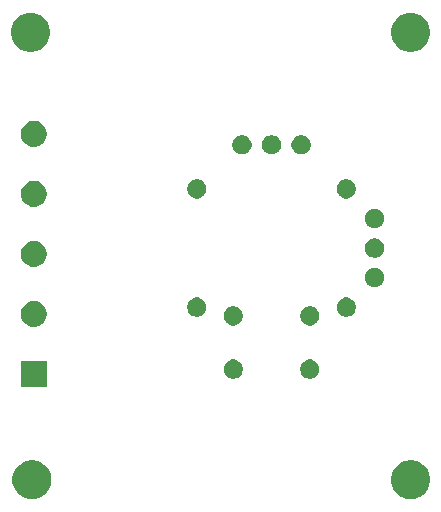
<source format=gbr>
G04 #@! TF.GenerationSoftware,KiCad,Pcbnew,(5.1.5)-3*
G04 #@! TF.CreationDate,2020-07-03T21:41:32-07:00*
G04 #@! TF.ProjectId,joystick,6a6f7973-7469-4636-9b2e-6b696361645f,rev?*
G04 #@! TF.SameCoordinates,Original*
G04 #@! TF.FileFunction,Soldermask,Bot*
G04 #@! TF.FilePolarity,Negative*
%FSLAX46Y46*%
G04 Gerber Fmt 4.6, Leading zero omitted, Abs format (unit mm)*
G04 Created by KiCad (PCBNEW (5.1.5)-3) date 2020-07-03 21:41:32*
%MOMM*%
%LPD*%
G04 APERTURE LIST*
%ADD10C,0.100000*%
G04 APERTURE END LIST*
D10*
G36*
X120923656Y-80064998D02*
G01*
X121029979Y-80086147D01*
X121330442Y-80210603D01*
X121600851Y-80391285D01*
X121830815Y-80621249D01*
X122011497Y-80891658D01*
X122135953Y-81192121D01*
X122199400Y-81511091D01*
X122199400Y-81836309D01*
X122135953Y-82155279D01*
X122011497Y-82455742D01*
X121830815Y-82726151D01*
X121600851Y-82956115D01*
X121330442Y-83136797D01*
X121029979Y-83261253D01*
X120923656Y-83282402D01*
X120711011Y-83324700D01*
X120385789Y-83324700D01*
X120173144Y-83282402D01*
X120066821Y-83261253D01*
X119766358Y-83136797D01*
X119495949Y-82956115D01*
X119265985Y-82726151D01*
X119085303Y-82455742D01*
X118960847Y-82155279D01*
X118897400Y-81836309D01*
X118897400Y-81511091D01*
X118960847Y-81192121D01*
X119085303Y-80891658D01*
X119265985Y-80621249D01*
X119495949Y-80391285D01*
X119766358Y-80210603D01*
X120066821Y-80086147D01*
X120173144Y-80064998D01*
X120385789Y-80022700D01*
X120711011Y-80022700D01*
X120923656Y-80064998D01*
G37*
G36*
X88856156Y-80064998D02*
G01*
X88962479Y-80086147D01*
X89262942Y-80210603D01*
X89533351Y-80391285D01*
X89763315Y-80621249D01*
X89943997Y-80891658D01*
X90068453Y-81192121D01*
X90131900Y-81511091D01*
X90131900Y-81836309D01*
X90068453Y-82155279D01*
X89943997Y-82455742D01*
X89763315Y-82726151D01*
X89533351Y-82956115D01*
X89262942Y-83136797D01*
X88962479Y-83261253D01*
X88856156Y-83282402D01*
X88643511Y-83324700D01*
X88318289Y-83324700D01*
X88105644Y-83282402D01*
X87999321Y-83261253D01*
X87698858Y-83136797D01*
X87428449Y-82956115D01*
X87198485Y-82726151D01*
X87017803Y-82455742D01*
X86893347Y-82155279D01*
X86829900Y-81836309D01*
X86829900Y-81511091D01*
X86893347Y-81192121D01*
X87017803Y-80891658D01*
X87198485Y-80621249D01*
X87428449Y-80391285D01*
X87698858Y-80210603D01*
X87999321Y-80086147D01*
X88105644Y-80064998D01*
X88318289Y-80022700D01*
X88643511Y-80022700D01*
X88856156Y-80064998D01*
G37*
G36*
X89747000Y-73821200D02*
G01*
X87545000Y-73821200D01*
X87545000Y-71619200D01*
X89747000Y-71619200D01*
X89747000Y-73821200D01*
G37*
G36*
X112249542Y-71524242D02*
G01*
X112397501Y-71585529D01*
X112530655Y-71674499D01*
X112643901Y-71787745D01*
X112732871Y-71920899D01*
X112794158Y-72068858D01*
X112825400Y-72225925D01*
X112825400Y-72386075D01*
X112794158Y-72543142D01*
X112732871Y-72691101D01*
X112643901Y-72824255D01*
X112530655Y-72937501D01*
X112397501Y-73026471D01*
X112249542Y-73087758D01*
X112092475Y-73119000D01*
X111932325Y-73119000D01*
X111775258Y-73087758D01*
X111627299Y-73026471D01*
X111494145Y-72937501D01*
X111380899Y-72824255D01*
X111291929Y-72691101D01*
X111230642Y-72543142D01*
X111199400Y-72386075D01*
X111199400Y-72225925D01*
X111230642Y-72068858D01*
X111291929Y-71920899D01*
X111380899Y-71787745D01*
X111494145Y-71674499D01*
X111627299Y-71585529D01*
X111775258Y-71524242D01*
X111932325Y-71493000D01*
X112092475Y-71493000D01*
X112249542Y-71524242D01*
G37*
G36*
X105749542Y-71524242D02*
G01*
X105897501Y-71585529D01*
X106030655Y-71674499D01*
X106143901Y-71787745D01*
X106232871Y-71920899D01*
X106294158Y-72068858D01*
X106325400Y-72225925D01*
X106325400Y-72386075D01*
X106294158Y-72543142D01*
X106232871Y-72691101D01*
X106143901Y-72824255D01*
X106030655Y-72937501D01*
X105897501Y-73026471D01*
X105749542Y-73087758D01*
X105592475Y-73119000D01*
X105432325Y-73119000D01*
X105275258Y-73087758D01*
X105127299Y-73026471D01*
X104994145Y-72937501D01*
X104880899Y-72824255D01*
X104791929Y-72691101D01*
X104730642Y-72543142D01*
X104699400Y-72386075D01*
X104699400Y-72225925D01*
X104730642Y-72068858D01*
X104791929Y-71920899D01*
X104880899Y-71787745D01*
X104994145Y-71674499D01*
X105127299Y-71585529D01*
X105275258Y-71524242D01*
X105432325Y-71493000D01*
X105592475Y-71493000D01*
X105749542Y-71524242D01*
G37*
G36*
X88860794Y-66560355D02*
G01*
X88967150Y-66581511D01*
X89067334Y-66623009D01*
X89167520Y-66664507D01*
X89347844Y-66784995D01*
X89501205Y-66938356D01*
X89621693Y-67118680D01*
X89704689Y-67319051D01*
X89747000Y-67531760D01*
X89747000Y-67748640D01*
X89704689Y-67961349D01*
X89621693Y-68161720D01*
X89501205Y-68342044D01*
X89347844Y-68495405D01*
X89167520Y-68615893D01*
X89067334Y-68657391D01*
X88967150Y-68698889D01*
X88860795Y-68720044D01*
X88754440Y-68741200D01*
X88537560Y-68741200D01*
X88431205Y-68720044D01*
X88324850Y-68698889D01*
X88224666Y-68657391D01*
X88124480Y-68615893D01*
X87944156Y-68495405D01*
X87790795Y-68342044D01*
X87670307Y-68161720D01*
X87587311Y-67961349D01*
X87545000Y-67748640D01*
X87545000Y-67531760D01*
X87587311Y-67319051D01*
X87670307Y-67118680D01*
X87790795Y-66938356D01*
X87944156Y-66784995D01*
X88124480Y-66664507D01*
X88224666Y-66623009D01*
X88324850Y-66581511D01*
X88431206Y-66560355D01*
X88537560Y-66539200D01*
X88754440Y-66539200D01*
X88860794Y-66560355D01*
G37*
G36*
X105749542Y-67024242D02*
G01*
X105897501Y-67085529D01*
X106030655Y-67174499D01*
X106143901Y-67287745D01*
X106232871Y-67420899D01*
X106294158Y-67568858D01*
X106325400Y-67725925D01*
X106325400Y-67886075D01*
X106294158Y-68043142D01*
X106232871Y-68191101D01*
X106143901Y-68324255D01*
X106030655Y-68437501D01*
X105897501Y-68526471D01*
X105749542Y-68587758D01*
X105592475Y-68619000D01*
X105432325Y-68619000D01*
X105275258Y-68587758D01*
X105127299Y-68526471D01*
X104994145Y-68437501D01*
X104880899Y-68324255D01*
X104791929Y-68191101D01*
X104730642Y-68043142D01*
X104699400Y-67886075D01*
X104699400Y-67725925D01*
X104730642Y-67568858D01*
X104791929Y-67420899D01*
X104880899Y-67287745D01*
X104994145Y-67174499D01*
X105127299Y-67085529D01*
X105275258Y-67024242D01*
X105432325Y-66993000D01*
X105592475Y-66993000D01*
X105749542Y-67024242D01*
G37*
G36*
X112249542Y-67024242D02*
G01*
X112397501Y-67085529D01*
X112530655Y-67174499D01*
X112643901Y-67287745D01*
X112732871Y-67420899D01*
X112794158Y-67568858D01*
X112825400Y-67725925D01*
X112825400Y-67886075D01*
X112794158Y-68043142D01*
X112732871Y-68191101D01*
X112643901Y-68324255D01*
X112530655Y-68437501D01*
X112397501Y-68526471D01*
X112249542Y-68587758D01*
X112092475Y-68619000D01*
X111932325Y-68619000D01*
X111775258Y-68587758D01*
X111627299Y-68526471D01*
X111494145Y-68437501D01*
X111380899Y-68324255D01*
X111291929Y-68191101D01*
X111230642Y-68043142D01*
X111199400Y-67886075D01*
X111199400Y-67725925D01*
X111230642Y-67568858D01*
X111291929Y-67420899D01*
X111380899Y-67287745D01*
X111494145Y-67174499D01*
X111627299Y-67085529D01*
X111775258Y-67024242D01*
X111932325Y-66993000D01*
X112092475Y-66993000D01*
X112249542Y-67024242D01*
G37*
G36*
X102674542Y-66274242D02*
G01*
X102822501Y-66335529D01*
X102955655Y-66424499D01*
X103068901Y-66537745D01*
X103157871Y-66670899D01*
X103219158Y-66818858D01*
X103250400Y-66975925D01*
X103250400Y-67136075D01*
X103219158Y-67293142D01*
X103157871Y-67441101D01*
X103068901Y-67574255D01*
X102955655Y-67687501D01*
X102822501Y-67776471D01*
X102674542Y-67837758D01*
X102517475Y-67869000D01*
X102357325Y-67869000D01*
X102200258Y-67837758D01*
X102052299Y-67776471D01*
X101919145Y-67687501D01*
X101805899Y-67574255D01*
X101716929Y-67441101D01*
X101655642Y-67293142D01*
X101624400Y-67136075D01*
X101624400Y-66975925D01*
X101655642Y-66818858D01*
X101716929Y-66670899D01*
X101805899Y-66537745D01*
X101919145Y-66424499D01*
X102052299Y-66335529D01*
X102200258Y-66274242D01*
X102357325Y-66243000D01*
X102517475Y-66243000D01*
X102674542Y-66274242D01*
G37*
G36*
X115324542Y-66274242D02*
G01*
X115472501Y-66335529D01*
X115605655Y-66424499D01*
X115718901Y-66537745D01*
X115807871Y-66670899D01*
X115869158Y-66818858D01*
X115900400Y-66975925D01*
X115900400Y-67136075D01*
X115869158Y-67293142D01*
X115807871Y-67441101D01*
X115718901Y-67574255D01*
X115605655Y-67687501D01*
X115472501Y-67776471D01*
X115324542Y-67837758D01*
X115167475Y-67869000D01*
X115007325Y-67869000D01*
X114850258Y-67837758D01*
X114702299Y-67776471D01*
X114569145Y-67687501D01*
X114455899Y-67574255D01*
X114366929Y-67441101D01*
X114305642Y-67293142D01*
X114274400Y-67136075D01*
X114274400Y-66975925D01*
X114305642Y-66818858D01*
X114366929Y-66670899D01*
X114455899Y-66537745D01*
X114569145Y-66424499D01*
X114702299Y-66335529D01*
X114850258Y-66274242D01*
X115007325Y-66243000D01*
X115167475Y-66243000D01*
X115324542Y-66274242D01*
G37*
G36*
X117729542Y-63774242D02*
G01*
X117877501Y-63835529D01*
X118010655Y-63924499D01*
X118123901Y-64037745D01*
X118212871Y-64170899D01*
X118274158Y-64318858D01*
X118305400Y-64475925D01*
X118305400Y-64636075D01*
X118274158Y-64793142D01*
X118212871Y-64941101D01*
X118123901Y-65074255D01*
X118010655Y-65187501D01*
X117877501Y-65276471D01*
X117729542Y-65337758D01*
X117572475Y-65369000D01*
X117412325Y-65369000D01*
X117255258Y-65337758D01*
X117107299Y-65276471D01*
X116974145Y-65187501D01*
X116860899Y-65074255D01*
X116771929Y-64941101D01*
X116710642Y-64793142D01*
X116679400Y-64636075D01*
X116679400Y-64475925D01*
X116710642Y-64318858D01*
X116771929Y-64170899D01*
X116860899Y-64037745D01*
X116974145Y-63924499D01*
X117107299Y-63835529D01*
X117255258Y-63774242D01*
X117412325Y-63743000D01*
X117572475Y-63743000D01*
X117729542Y-63774242D01*
G37*
G36*
X88860794Y-61480355D02*
G01*
X88967150Y-61501511D01*
X89054621Y-61537743D01*
X89167520Y-61584507D01*
X89347844Y-61704995D01*
X89501205Y-61858356D01*
X89621693Y-62038680D01*
X89704689Y-62239051D01*
X89747000Y-62451760D01*
X89747000Y-62668640D01*
X89743248Y-62687501D01*
X89707146Y-62869000D01*
X89704689Y-62881349D01*
X89621693Y-63081720D01*
X89501205Y-63262044D01*
X89347844Y-63415405D01*
X89167520Y-63535893D01*
X88967150Y-63618889D01*
X88860794Y-63640045D01*
X88754440Y-63661200D01*
X88537560Y-63661200D01*
X88431206Y-63640045D01*
X88324850Y-63618889D01*
X88124480Y-63535893D01*
X87944156Y-63415405D01*
X87790795Y-63262044D01*
X87670307Y-63081720D01*
X87587311Y-62881349D01*
X87584855Y-62869000D01*
X87548752Y-62687501D01*
X87545000Y-62668640D01*
X87545000Y-62451760D01*
X87587311Y-62239051D01*
X87670307Y-62038680D01*
X87790795Y-61858356D01*
X87944156Y-61704995D01*
X88124480Y-61584507D01*
X88237379Y-61537743D01*
X88324850Y-61501511D01*
X88431206Y-61480355D01*
X88537560Y-61459200D01*
X88754440Y-61459200D01*
X88860794Y-61480355D01*
G37*
G36*
X117729542Y-61274242D02*
G01*
X117877501Y-61335529D01*
X118010655Y-61424499D01*
X118123901Y-61537745D01*
X118212871Y-61670899D01*
X118274158Y-61818858D01*
X118305400Y-61975925D01*
X118305400Y-62136075D01*
X118274158Y-62293142D01*
X118212871Y-62441101D01*
X118123901Y-62574255D01*
X118010655Y-62687501D01*
X117877501Y-62776471D01*
X117729542Y-62837758D01*
X117572475Y-62869000D01*
X117412325Y-62869000D01*
X117255258Y-62837758D01*
X117107299Y-62776471D01*
X116974145Y-62687501D01*
X116860899Y-62574255D01*
X116771929Y-62441101D01*
X116710642Y-62293142D01*
X116679400Y-62136075D01*
X116679400Y-61975925D01*
X116710642Y-61818858D01*
X116771929Y-61670899D01*
X116860899Y-61537745D01*
X116974145Y-61424499D01*
X117107299Y-61335529D01*
X117255258Y-61274242D01*
X117412325Y-61243000D01*
X117572475Y-61243000D01*
X117729542Y-61274242D01*
G37*
G36*
X117729542Y-58774242D02*
G01*
X117877501Y-58835529D01*
X118010655Y-58924499D01*
X118123901Y-59037745D01*
X118212871Y-59170899D01*
X118274158Y-59318858D01*
X118305400Y-59475925D01*
X118305400Y-59636075D01*
X118274158Y-59793142D01*
X118212871Y-59941101D01*
X118123901Y-60074255D01*
X118010655Y-60187501D01*
X117877501Y-60276471D01*
X117729542Y-60337758D01*
X117572475Y-60369000D01*
X117412325Y-60369000D01*
X117255258Y-60337758D01*
X117107299Y-60276471D01*
X116974145Y-60187501D01*
X116860899Y-60074255D01*
X116771929Y-59941101D01*
X116710642Y-59793142D01*
X116679400Y-59636075D01*
X116679400Y-59475925D01*
X116710642Y-59318858D01*
X116771929Y-59170899D01*
X116860899Y-59037745D01*
X116974145Y-58924499D01*
X117107299Y-58835529D01*
X117255258Y-58774242D01*
X117412325Y-58743000D01*
X117572475Y-58743000D01*
X117729542Y-58774242D01*
G37*
G36*
X88860795Y-56400356D02*
G01*
X88967150Y-56421511D01*
X88974368Y-56424501D01*
X89167520Y-56504507D01*
X89347844Y-56624995D01*
X89501205Y-56778356D01*
X89621693Y-56958680D01*
X89621693Y-56958681D01*
X89704689Y-57159050D01*
X89747000Y-57371761D01*
X89747000Y-57588639D01*
X89704689Y-57801350D01*
X89689608Y-57837758D01*
X89621693Y-58001720D01*
X89501205Y-58182044D01*
X89347844Y-58335405D01*
X89167520Y-58455893D01*
X88967150Y-58538889D01*
X88860795Y-58560044D01*
X88754440Y-58581200D01*
X88537560Y-58581200D01*
X88431205Y-58560044D01*
X88324850Y-58538889D01*
X88124480Y-58455893D01*
X87944156Y-58335405D01*
X87790795Y-58182044D01*
X87670307Y-58001720D01*
X87602392Y-57837758D01*
X87587311Y-57801350D01*
X87545000Y-57588639D01*
X87545000Y-57371761D01*
X87587311Y-57159050D01*
X87670307Y-56958681D01*
X87670307Y-56958680D01*
X87790795Y-56778356D01*
X87944156Y-56624995D01*
X88124480Y-56504507D01*
X88317632Y-56424501D01*
X88324850Y-56421511D01*
X88431205Y-56400356D01*
X88537560Y-56379200D01*
X88754440Y-56379200D01*
X88860795Y-56400356D01*
G37*
G36*
X102674542Y-56274242D02*
G01*
X102822501Y-56335529D01*
X102955655Y-56424499D01*
X103068901Y-56537745D01*
X103157871Y-56670899D01*
X103219158Y-56818858D01*
X103250400Y-56975925D01*
X103250400Y-57136075D01*
X103219158Y-57293142D01*
X103157871Y-57441101D01*
X103068901Y-57574255D01*
X102955655Y-57687501D01*
X102822501Y-57776471D01*
X102674542Y-57837758D01*
X102517475Y-57869000D01*
X102357325Y-57869000D01*
X102200258Y-57837758D01*
X102052299Y-57776471D01*
X101919145Y-57687501D01*
X101805899Y-57574255D01*
X101716929Y-57441101D01*
X101655642Y-57293142D01*
X101624400Y-57136075D01*
X101624400Y-56975925D01*
X101655642Y-56818858D01*
X101716929Y-56670899D01*
X101805899Y-56537745D01*
X101919145Y-56424499D01*
X102052299Y-56335529D01*
X102200258Y-56274242D01*
X102357325Y-56243000D01*
X102517475Y-56243000D01*
X102674542Y-56274242D01*
G37*
G36*
X115324542Y-56274242D02*
G01*
X115472501Y-56335529D01*
X115605655Y-56424499D01*
X115718901Y-56537745D01*
X115807871Y-56670899D01*
X115869158Y-56818858D01*
X115900400Y-56975925D01*
X115900400Y-57136075D01*
X115869158Y-57293142D01*
X115807871Y-57441101D01*
X115718901Y-57574255D01*
X115605655Y-57687501D01*
X115472501Y-57776471D01*
X115324542Y-57837758D01*
X115167475Y-57869000D01*
X115007325Y-57869000D01*
X114850258Y-57837758D01*
X114702299Y-57776471D01*
X114569145Y-57687501D01*
X114455899Y-57574255D01*
X114366929Y-57441101D01*
X114305642Y-57293142D01*
X114274400Y-57136075D01*
X114274400Y-56975925D01*
X114305642Y-56818858D01*
X114366929Y-56670899D01*
X114455899Y-56537745D01*
X114569145Y-56424499D01*
X114702299Y-56335529D01*
X114850258Y-56274242D01*
X115007325Y-56243000D01*
X115167475Y-56243000D01*
X115324542Y-56274242D01*
G37*
G36*
X106499542Y-52544242D02*
G01*
X106647501Y-52605529D01*
X106780655Y-52694499D01*
X106893901Y-52807745D01*
X106982871Y-52940899D01*
X107044158Y-53088858D01*
X107075400Y-53245925D01*
X107075400Y-53406075D01*
X107044158Y-53563142D01*
X106982871Y-53711101D01*
X106893901Y-53844255D01*
X106780655Y-53957501D01*
X106647501Y-54046471D01*
X106499542Y-54107758D01*
X106342475Y-54139000D01*
X106182325Y-54139000D01*
X106025258Y-54107758D01*
X105877299Y-54046471D01*
X105744145Y-53957501D01*
X105630899Y-53844255D01*
X105541929Y-53711101D01*
X105480642Y-53563142D01*
X105449400Y-53406075D01*
X105449400Y-53245925D01*
X105480642Y-53088858D01*
X105541929Y-52940899D01*
X105630899Y-52807745D01*
X105744145Y-52694499D01*
X105877299Y-52605529D01*
X106025258Y-52544242D01*
X106182325Y-52513000D01*
X106342475Y-52513000D01*
X106499542Y-52544242D01*
G37*
G36*
X108999542Y-52544242D02*
G01*
X109147501Y-52605529D01*
X109280655Y-52694499D01*
X109393901Y-52807745D01*
X109482871Y-52940899D01*
X109544158Y-53088858D01*
X109575400Y-53245925D01*
X109575400Y-53406075D01*
X109544158Y-53563142D01*
X109482871Y-53711101D01*
X109393901Y-53844255D01*
X109280655Y-53957501D01*
X109147501Y-54046471D01*
X108999542Y-54107758D01*
X108842475Y-54139000D01*
X108682325Y-54139000D01*
X108525258Y-54107758D01*
X108377299Y-54046471D01*
X108244145Y-53957501D01*
X108130899Y-53844255D01*
X108041929Y-53711101D01*
X107980642Y-53563142D01*
X107949400Y-53406075D01*
X107949400Y-53245925D01*
X107980642Y-53088858D01*
X108041929Y-52940899D01*
X108130899Y-52807745D01*
X108244145Y-52694499D01*
X108377299Y-52605529D01*
X108525258Y-52544242D01*
X108682325Y-52513000D01*
X108842475Y-52513000D01*
X108999542Y-52544242D01*
G37*
G36*
X111499542Y-52544242D02*
G01*
X111647501Y-52605529D01*
X111780655Y-52694499D01*
X111893901Y-52807745D01*
X111982871Y-52940899D01*
X112044158Y-53088858D01*
X112075400Y-53245925D01*
X112075400Y-53406075D01*
X112044158Y-53563142D01*
X111982871Y-53711101D01*
X111893901Y-53844255D01*
X111780655Y-53957501D01*
X111647501Y-54046471D01*
X111499542Y-54107758D01*
X111342475Y-54139000D01*
X111182325Y-54139000D01*
X111025258Y-54107758D01*
X110877299Y-54046471D01*
X110744145Y-53957501D01*
X110630899Y-53844255D01*
X110541929Y-53711101D01*
X110480642Y-53563142D01*
X110449400Y-53406075D01*
X110449400Y-53245925D01*
X110480642Y-53088858D01*
X110541929Y-52940899D01*
X110630899Y-52807745D01*
X110744145Y-52694499D01*
X110877299Y-52605529D01*
X111025258Y-52544242D01*
X111182325Y-52513000D01*
X111342475Y-52513000D01*
X111499542Y-52544242D01*
G37*
G36*
X88860794Y-51320355D02*
G01*
X88967150Y-51341511D01*
X89167520Y-51424507D01*
X89347844Y-51544995D01*
X89501205Y-51698356D01*
X89621693Y-51878680D01*
X89621693Y-51878681D01*
X89704689Y-52079050D01*
X89747000Y-52291761D01*
X89747000Y-52508639D01*
X89710030Y-52694501D01*
X89704689Y-52721349D01*
X89621693Y-52921720D01*
X89501205Y-53102044D01*
X89347844Y-53255405D01*
X89167520Y-53375893D01*
X89094656Y-53406074D01*
X88967150Y-53458889D01*
X88860795Y-53480044D01*
X88754440Y-53501200D01*
X88537560Y-53501200D01*
X88431205Y-53480044D01*
X88324850Y-53458889D01*
X88197344Y-53406074D01*
X88124480Y-53375893D01*
X87944156Y-53255405D01*
X87790795Y-53102044D01*
X87670307Y-52921720D01*
X87587311Y-52721349D01*
X87581971Y-52694501D01*
X87545000Y-52508639D01*
X87545000Y-52291761D01*
X87587311Y-52079050D01*
X87670307Y-51878681D01*
X87670307Y-51878680D01*
X87790795Y-51698356D01*
X87944156Y-51544995D01*
X88124480Y-51424507D01*
X88324850Y-51341511D01*
X88431206Y-51320355D01*
X88537560Y-51299200D01*
X88754440Y-51299200D01*
X88860794Y-51320355D01*
G37*
G36*
X88741856Y-42180898D02*
G01*
X88848179Y-42202047D01*
X89148642Y-42326503D01*
X89419051Y-42507185D01*
X89649015Y-42737149D01*
X89829697Y-43007558D01*
X89954153Y-43308021D01*
X90017600Y-43626991D01*
X90017600Y-43952209D01*
X89954153Y-44271179D01*
X89829697Y-44571642D01*
X89649015Y-44842051D01*
X89419051Y-45072015D01*
X89148642Y-45252697D01*
X88848179Y-45377153D01*
X88741856Y-45398302D01*
X88529211Y-45440600D01*
X88203989Y-45440600D01*
X87991344Y-45398302D01*
X87885021Y-45377153D01*
X87584558Y-45252697D01*
X87314149Y-45072015D01*
X87084185Y-44842051D01*
X86903503Y-44571642D01*
X86779047Y-44271179D01*
X86715600Y-43952209D01*
X86715600Y-43626991D01*
X86779047Y-43308021D01*
X86903503Y-43007558D01*
X87084185Y-42737149D01*
X87314149Y-42507185D01*
X87584558Y-42326503D01*
X87885021Y-42202047D01*
X87991344Y-42180898D01*
X88203989Y-42138600D01*
X88529211Y-42138600D01*
X88741856Y-42180898D01*
G37*
G36*
X120923656Y-42180898D02*
G01*
X121029979Y-42202047D01*
X121330442Y-42326503D01*
X121600851Y-42507185D01*
X121830815Y-42737149D01*
X122011497Y-43007558D01*
X122135953Y-43308021D01*
X122199400Y-43626991D01*
X122199400Y-43952209D01*
X122135953Y-44271179D01*
X122011497Y-44571642D01*
X121830815Y-44842051D01*
X121600851Y-45072015D01*
X121330442Y-45252697D01*
X121029979Y-45377153D01*
X120923656Y-45398302D01*
X120711011Y-45440600D01*
X120385789Y-45440600D01*
X120173144Y-45398302D01*
X120066821Y-45377153D01*
X119766358Y-45252697D01*
X119495949Y-45072015D01*
X119265985Y-44842051D01*
X119085303Y-44571642D01*
X118960847Y-44271179D01*
X118897400Y-43952209D01*
X118897400Y-43626991D01*
X118960847Y-43308021D01*
X119085303Y-43007558D01*
X119265985Y-42737149D01*
X119495949Y-42507185D01*
X119766358Y-42326503D01*
X120066821Y-42202047D01*
X120173144Y-42180898D01*
X120385789Y-42138600D01*
X120711011Y-42138600D01*
X120923656Y-42180898D01*
G37*
M02*

</source>
